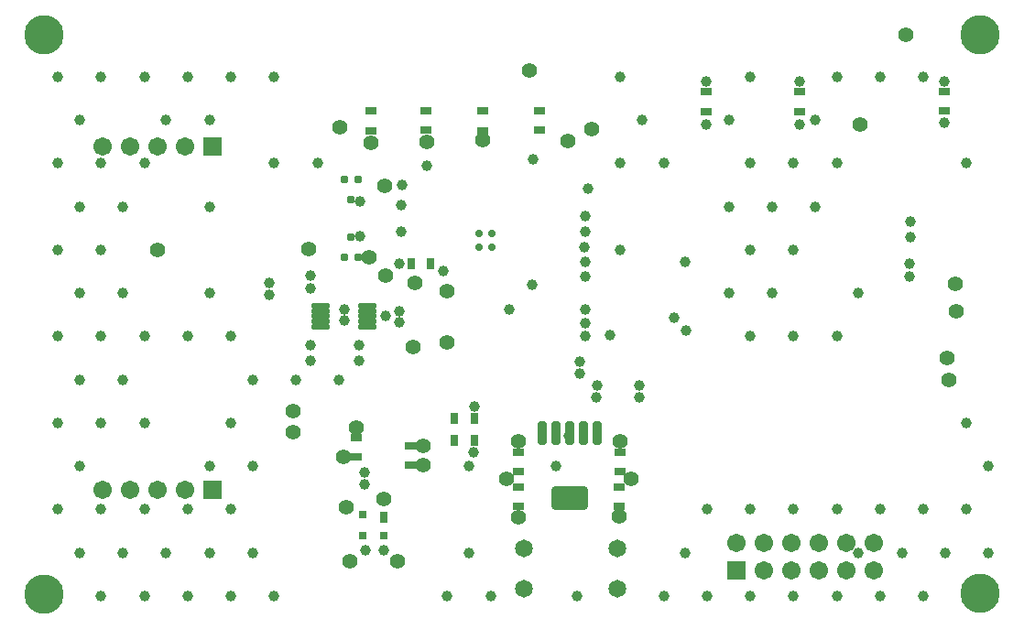
<source format=gbs>
G04*
G04 #@! TF.GenerationSoftware,Altium Limited,Altium Designer,22.4.2 (48)*
G04*
G04 Layer_Color=16711935*
%FSTAX24Y24*%
%MOIN*%
G70*
G04*
G04 #@! TF.SameCoordinates,36F0A17D-9E63-4542-9A5D-60F15C5BBE16*
G04*
G04*
G04 #@! TF.FilePolarity,Negative*
G04*
G01*
G75*
%ADD41R,0.0434X0.0316*%
G04:AMPARAMS|DCode=52|XSize=85.6mil|YSize=32.4mil|CornerRadius=7.1mil|HoleSize=0mil|Usage=FLASHONLY|Rotation=90.000|XOffset=0mil|YOffset=0mil|HoleType=Round|Shape=RoundedRectangle|*
%AMROUNDEDRECTD52*
21,1,0.0856,0.0183,0,0,90.0*
21,1,0.0715,0.0324,0,0,90.0*
1,1,0.0141,0.0092,0.0357*
1,1,0.0141,0.0092,-0.0357*
1,1,0.0141,-0.0092,-0.0357*
1,1,0.0141,-0.0092,0.0357*
%
%ADD52ROUNDEDRECTD52*%
G04:AMPARAMS|DCode=53|XSize=85.6mil|YSize=132.4mil|CornerRadius=13.7mil|HoleSize=0mil|Usage=FLASHONLY|Rotation=90.000|XOffset=0mil|YOffset=0mil|HoleType=Round|Shape=RoundedRectangle|*
%AMROUNDEDRECTD53*
21,1,0.0856,0.1050,0,0,90.0*
21,1,0.0582,0.1324,0,0,90.0*
1,1,0.0274,0.0525,0.0291*
1,1,0.0274,0.0525,-0.0291*
1,1,0.0274,-0.0525,-0.0291*
1,1,0.0274,-0.0525,0.0291*
%
%ADD53ROUNDEDRECTD53*%
%ADD54R,0.0316X0.0434*%
G04:AMPARAMS|DCode=56|XSize=24mil|YSize=29.1mil|CornerRadius=3.7mil|HoleSize=0mil|Usage=FLASHONLY|Rotation=180.000|XOffset=0mil|YOffset=0mil|HoleType=Round|Shape=RoundedRectangle|*
%AMROUNDEDRECTD56*
21,1,0.0240,0.0218,0,0,180.0*
21,1,0.0167,0.0291,0,0,180.0*
1,1,0.0074,-0.0083,0.0109*
1,1,0.0074,0.0083,0.0109*
1,1,0.0074,0.0083,-0.0109*
1,1,0.0074,-0.0083,-0.0109*
%
%ADD56ROUNDEDRECTD56*%
%ADD60C,0.0671*%
%ADD61R,0.0671X0.0671*%
%ADD62C,0.0646*%
%ADD63C,0.1433*%
%ADD64C,0.0395*%
%ADD65C,0.0552*%
%ADD66C,0.0291*%
G04:AMPARAMS|DCode=81|XSize=66.5mil|YSize=17.3mil|CornerRadius=3.3mil|HoleSize=0mil|Usage=FLASHONLY|Rotation=0.000|XOffset=0mil|YOffset=0mil|HoleType=Round|Shape=RoundedRectangle|*
%AMROUNDEDRECTD81*
21,1,0.0665,0.0106,0,0,0.0*
21,1,0.0598,0.0173,0,0,0.0*
1,1,0.0067,0.0299,-0.0053*
1,1,0.0067,-0.0299,-0.0053*
1,1,0.0067,-0.0299,0.0053*
1,1,0.0067,0.0299,0.0053*
%
%ADD81ROUNDEDRECTD81*%
%ADD82R,0.0316X0.0277*%
%ADD83R,0.0316X0.0434*%
D41*
X063768Y039706D02*
D03*
X063768Y040421D02*
D03*
X058492Y039691D02*
D03*
X058492Y040406D02*
D03*
X055079Y040407D02*
D03*
X055079Y039692D02*
D03*
X051949Y027277D02*
D03*
X051949Y026562D02*
D03*
X048248Y027277D02*
D03*
X048248Y026562D02*
D03*
X042343Y027099D02*
D03*
X042343Y027814D02*
D03*
X048267Y025303D02*
D03*
X048267Y026018D02*
D03*
X051917Y025303D02*
D03*
X051917Y026018D02*
D03*
X044311Y027513D02*
D03*
X044311Y026799D02*
D03*
X042894Y038988D02*
D03*
X042894Y039703D02*
D03*
X044902Y039718D02*
D03*
X044902Y039003D02*
D03*
X046949Y038988D02*
D03*
X046949Y039703D02*
D03*
X049036Y039718D02*
D03*
X049036Y039003D02*
D03*
D52*
X051122Y027975D02*
D03*
X050622D02*
D03*
X050122D02*
D03*
X049622D02*
D03*
X049122D02*
D03*
D53*
X050122Y025609D02*
D03*
D54*
X046639Y028505D02*
D03*
Y027705D02*
D03*
X045924Y027705D02*
D03*
Y028505D02*
D03*
X04507Y034156D02*
D03*
X044355Y034156D02*
D03*
D56*
X042166Y035121D02*
D03*
X04191Y034373D02*
D03*
X042421D02*
D03*
X042166Y03646D02*
D03*
X042421Y037208D02*
D03*
X04191D02*
D03*
D60*
X061197Y023989D02*
D03*
Y022989D02*
D03*
X060197Y023989D02*
D03*
Y022989D02*
D03*
X059197Y023989D02*
D03*
Y022989D02*
D03*
X058197Y023989D02*
D03*
Y022989D02*
D03*
X057197Y023989D02*
D03*
Y022989D02*
D03*
X056197Y023989D02*
D03*
X036128Y038396D02*
D03*
X035128D02*
D03*
X034128D02*
D03*
X033128D02*
D03*
X036124Y025916D02*
D03*
X035124D02*
D03*
X034124D02*
D03*
X033124D02*
D03*
D61*
X056197Y022989D02*
D03*
X037128Y038396D02*
D03*
X037124Y025916D02*
D03*
D62*
X051855Y023792D02*
D03*
X048441D02*
D03*
X051855D02*
D03*
Y022296D02*
D03*
X048441D02*
D03*
D63*
X065047Y042478D02*
D03*
Y022129D02*
D03*
X030992Y042472D02*
D03*
Y022104D02*
D03*
D64*
X064567Y037795D02*
D03*
Y028346D02*
D03*
X065354Y026772D02*
D03*
X064567Y025197D02*
D03*
X065354Y023622D02*
D03*
X062992Y040945D02*
D03*
Y025197D02*
D03*
X06378Y023622D02*
D03*
X062992Y022047D02*
D03*
X061417Y040945D02*
D03*
Y025197D02*
D03*
X062205Y023622D02*
D03*
X061417Y022047D02*
D03*
X059843Y040945D02*
D03*
Y037795D02*
D03*
X06063Y033071D02*
D03*
X059843Y031496D02*
D03*
Y025197D02*
D03*
X06063Y023622D02*
D03*
X059843Y022047D02*
D03*
X059055Y03937D02*
D03*
X058268Y037795D02*
D03*
X059055Y03622D02*
D03*
X058268Y034646D02*
D03*
Y031496D02*
D03*
Y025197D02*
D03*
Y022047D02*
D03*
X056693Y040945D02*
D03*
Y037795D02*
D03*
X05748Y03622D02*
D03*
X056693Y034646D02*
D03*
X05748Y033071D02*
D03*
X056693Y031496D02*
D03*
Y025197D02*
D03*
Y022047D02*
D03*
X055906Y03937D02*
D03*
Y03622D02*
D03*
Y033071D02*
D03*
X055118Y025197D02*
D03*
Y022047D02*
D03*
X053543Y037795D02*
D03*
X054331Y023622D02*
D03*
X053543Y022047D02*
D03*
X051968Y040945D02*
D03*
X052756Y03937D02*
D03*
X051968Y037795D02*
D03*
Y034646D02*
D03*
X050394Y022047D02*
D03*
X049606Y026772D02*
D03*
X047244Y022047D02*
D03*
X046457Y026772D02*
D03*
Y023622D02*
D03*
X045669Y022047D02*
D03*
X040945Y037795D02*
D03*
X041732Y029921D02*
D03*
X03937Y040945D02*
D03*
Y037795D02*
D03*
X040157Y029921D02*
D03*
X03937Y022047D02*
D03*
X037795Y040945D02*
D03*
Y031496D02*
D03*
X038583Y029921D02*
D03*
X037795Y028346D02*
D03*
X038583Y026772D02*
D03*
X037795Y025197D02*
D03*
X038583Y023622D02*
D03*
X037795Y022047D02*
D03*
X03622Y040945D02*
D03*
X037008Y03937D02*
D03*
Y03622D02*
D03*
Y033071D02*
D03*
X03622Y031496D02*
D03*
X037008Y026772D02*
D03*
X03622Y025197D02*
D03*
X037008Y023622D02*
D03*
X03622Y022047D02*
D03*
X034646Y040945D02*
D03*
X035433Y03937D02*
D03*
X034646Y037795D02*
D03*
Y031496D02*
D03*
Y028346D02*
D03*
Y025197D02*
D03*
X035433Y023622D02*
D03*
X034646Y022047D02*
D03*
X033071Y040945D02*
D03*
Y037795D02*
D03*
X033858Y03622D02*
D03*
X033071Y034646D02*
D03*
X033858Y033071D02*
D03*
X033071Y031496D02*
D03*
X033858Y029921D02*
D03*
X033071Y028346D02*
D03*
Y025197D02*
D03*
X033858Y023622D02*
D03*
X033071Y022047D02*
D03*
X031496Y040945D02*
D03*
X032283Y03937D02*
D03*
X031496Y037795D02*
D03*
X032283Y03622D02*
D03*
X031496Y034646D02*
D03*
X032283Y033071D02*
D03*
X031496Y031496D02*
D03*
X032283Y029921D02*
D03*
X031496Y028346D02*
D03*
X032283Y026772D02*
D03*
X031496Y025197D02*
D03*
X032283Y023622D02*
D03*
X050657Y034741D02*
D03*
X047914Y032464D02*
D03*
X062528Y035667D02*
D03*
Y035115D02*
D03*
X063768Y040785D02*
D03*
X058492Y04077D02*
D03*
X063748Y039269D02*
D03*
X0625Y034156D02*
D03*
X062492Y033676D02*
D03*
X055099Y039196D02*
D03*
X054311Y034196D02*
D03*
X054351Y031696D02*
D03*
X053906Y032163D02*
D03*
X055079Y040771D02*
D03*
X058502Y039195D02*
D03*
X051583Y031533D02*
D03*
X050697Y033659D02*
D03*
X050687Y032491D02*
D03*
Y03421D02*
D03*
X050672Y031513D02*
D03*
Y031985D02*
D03*
X050687Y035863D02*
D03*
Y035312D02*
D03*
X039193Y033015D02*
D03*
Y033444D02*
D03*
X0425Y035141D02*
D03*
Y036401D02*
D03*
X04191Y032475D02*
D03*
Y03206D02*
D03*
X046639Y028954D02*
D03*
X046634Y027267D02*
D03*
X052658Y029708D02*
D03*
X04876Y033369D02*
D03*
X044016Y037011D02*
D03*
X050099Y027877D02*
D03*
X050122Y025588D02*
D03*
X042461Y030613D02*
D03*
X051103Y029275D02*
D03*
X051122Y029708D02*
D03*
X052658Y029275D02*
D03*
X050492Y030141D02*
D03*
Y030574D02*
D03*
X050778Y036862D02*
D03*
X042461Y031164D02*
D03*
X040689Y033251D02*
D03*
Y031164D02*
D03*
Y030613D02*
D03*
Y033723D02*
D03*
X043366Y023723D02*
D03*
X042697D02*
D03*
X043917Y032424D02*
D03*
X042658Y026125D02*
D03*
Y026558D02*
D03*
X043406Y032227D02*
D03*
X043917Y032D02*
D03*
X044917Y037715D02*
D03*
X048799Y037936D02*
D03*
X045532Y033881D02*
D03*
X043917Y034156D02*
D03*
X043996Y036282D02*
D03*
Y035298D02*
D03*
D65*
X063906Y029899D02*
D03*
X06235Y042478D02*
D03*
X064181Y032418D02*
D03*
X064142Y033403D02*
D03*
X063866Y030706D02*
D03*
X060676Y039216D02*
D03*
X042136Y023296D02*
D03*
X043868D02*
D03*
X035126Y034643D02*
D03*
X040638Y034682D02*
D03*
X045669Y033153D02*
D03*
X050906Y039058D02*
D03*
X042815Y034373D02*
D03*
X044429Y031125D02*
D03*
X048642Y041164D02*
D03*
X052355Y026295D02*
D03*
X044498Y033458D02*
D03*
X040069Y028782D02*
D03*
X040049Y028025D02*
D03*
X047813Y026295D02*
D03*
X042343Y028172D02*
D03*
X041891Y027099D02*
D03*
X044774Y026794D02*
D03*
X051939Y02768D02*
D03*
X048248Y02767D02*
D03*
X051917Y024927D02*
D03*
X048267Y024906D02*
D03*
X044784Y027503D02*
D03*
X041988Y025259D02*
D03*
X043366Y025574D02*
D03*
X043383Y036974D02*
D03*
X045669Y031263D02*
D03*
X043406Y033723D02*
D03*
X041769Y0391D02*
D03*
X050059Y038605D02*
D03*
X046949Y038645D02*
D03*
X042894Y038527D02*
D03*
X044921Y038566D02*
D03*
D66*
X046828Y034754D02*
D03*
Y035227D02*
D03*
X047301Y035227D02*
D03*
Y034754D02*
D03*
D81*
X041061Y031834D02*
D03*
Y03203D02*
D03*
Y032227D02*
D03*
Y032424D02*
D03*
Y032621D02*
D03*
X042758D02*
D03*
Y032424D02*
D03*
Y032227D02*
D03*
Y03203D02*
D03*
Y031834D02*
D03*
D82*
X042579Y025003D02*
D03*
Y024255D02*
D03*
X043366D02*
D03*
D83*
Y024924D02*
D03*
M02*

</source>
